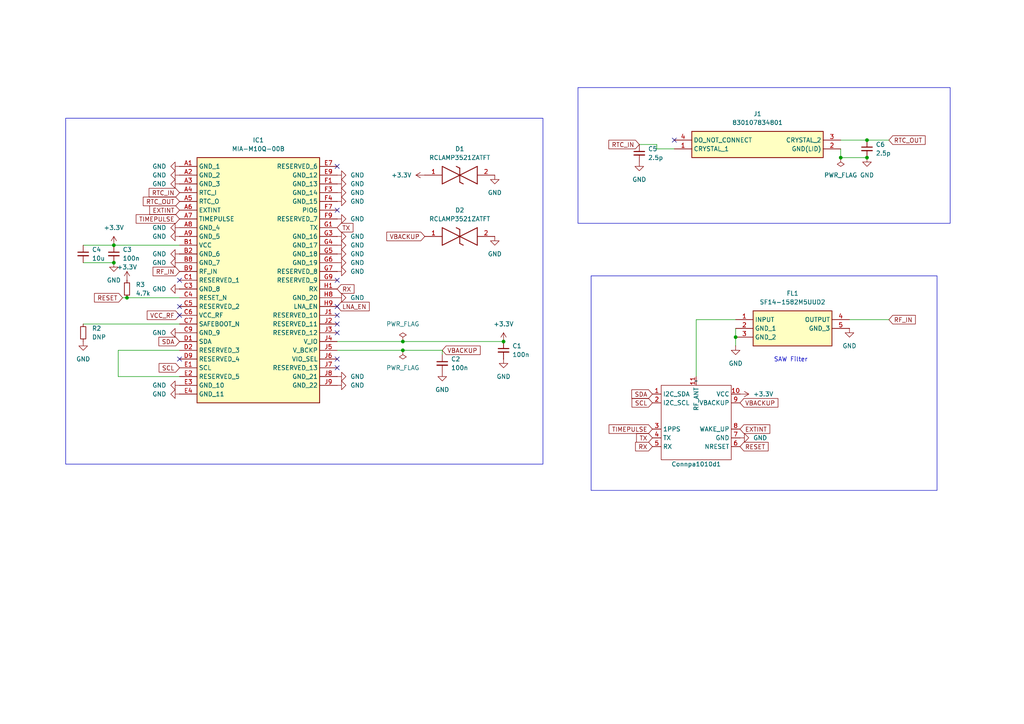
<source format=kicad_sch>
(kicad_sch (version 20250114) (generator "eeschema") (generator_version "9.0")
  (paper "A4")
  (lib_symbols
    (symbol "Device:C_Small" (pin_numbers (hide yes)) (pin_names (offset 0.254) (hide yes))
      (property "Reference" "C" (at 0.254 1.778 0))
      (property "Value" "C_Small" (at 0.254 -2.032 0))
      (symbol "C_Small_0_1"
        (polyline (pts (xy -1.524 0.508) (xy 1.524 0.508)) (stroke (width 0.3048)))
        (polyline (pts (xy -1.524 -0.508) (xy 1.524 -0.508)) (stroke (width 0.3302)))
      )
      (symbol "C_Small_1_1"
        (pin passive line (at 0 2.54 270) (length 2.032) (name "~") (number "1"))
        (pin passive line (at 0 -2.54 90) (length 2.032) (name "~") (number "2"))
      )
    )
    (symbol "Device:R_Small" (pin_numbers (hide yes)) (pin_names (offset 0.254) (hide yes))
      (property "Reference" "R" (at 0.762 0.508 0))
      (property "Value" "R_Small" (at 0.762 -1.016 0))
      (symbol "R_Small_0_1"
        (rectangle (start -0.762 1.778) (end 0.762 -1.778) (stroke (width 0.2032)))
      )
      (symbol "R_Small_1_1"
        (pin passive line (at 0 2.54 270) (length 0.762) (name "~") (number "1"))
        (pin passive line (at 0 -2.54 90) (length 0.762) (name "~") (number "2"))
      )
    )
    (symbol "pa1010d:PA1010D"
      (property "Reference" "Connpa1010d1" (at 1.27 -22.86 0))
      (property "Value" "~" (at 1.27 1.27 0))
      (symbol "PA1010D_0_1"
        (rectangle (start -8.89 0) (end 11.43 -21.59))
      )
      (symbol "PA1010D_1_1"
        (pin input line (at -11.43 -2.54 0) (length 2.54) (name "I2C_SDA") (number "1"))
        (pin input line (at -11.43 -5.08 0) (length 2.54) (name "I2C_SCL") (number "2"))
        (pin input line (at -11.43 -12.7 0) (length 2.54) (name "1PPS") (number "3"))
        (pin output line (at -11.43 -15.24 0) (length 2.54) (name "TX") (number "4"))
        (pin input line (at -11.43 -17.78 0) (length 2.54) (name "RX") (number "5"))
        (pin free line (at 1.27 2.54 270) (length 2.54) (name "RF_ANT") (number "11"))
        (pin power_in line (at 13.97 -2.54 180) (length 2.54) (name "VCC") (number "10"))
        (pin power_in line (at 13.97 -5.08 180) (length 2.54) (name "VBACKUP") (number "9"))
        (pin input line (at 13.97 -12.7 180) (length 2.54) (name "WAKE_UP") (number "8"))
        (pin power_in line (at 13.97 -15.24 180) (length 2.54) (name "GND") (number "7"))
        (pin input line (at 13.97 -17.78 180) (length 2.54) (name "NRESET") (number "6"))
      )
    )
    (symbol "power:+3.3V" (power) (pin_numbers (hide yes)) (pin_names (offset 0) (hide yes))
      (property "Value" "+3.3V" (at 0 3.556 0))
      (symbol "+3.3V_0_1"
        (polyline (pts (xy -0.762 1.27) (xy 0 2.54)))
        (polyline (pts (xy 0 2.54) (xy 0.762 1.27)))
        (polyline (pts (xy 0 0) (xy 0 2.54)))
      )
      (symbol "+3.3V_1_1"
        (pin power_in line (at 0 0 90) (length 0) (name "~") (number "1"))
      )
    )
    (symbol "power:GND" (power) (pin_numbers (hide yes)) (pin_names (offset 0) (hide yes))
      (property "Value" "GND" (at 0 -3.81 0))
      (symbol "GND_0_1"
        (polyline (pts (xy 0 0) (xy 0 -1.27) (xy 1.27 -1.27) (xy 0 -2.54) (xy -1.27 -1.27) (xy 0 -1.27)))
      )
      (symbol "GND_1_1"
        (pin power_in line (at 0 0 270) (length 0) (name "~") (number "1"))
      )
    )
    (symbol "power:PWR_FLAG" (power) (pin_numbers (hide yes)) (pin_names (offset 0) (hide yes))
      (property "Value" "PWR_FLAG" (at 0 3.81 0))
      (symbol "PWR_FLAG_0_0"
        (pin power_out line (at 0 0 90) (length 0) (name "~") (number "1"))
      )
      (symbol "PWR_FLAG_0_1"
        (polyline (pts (xy 0 0) (xy 0 1.27) (xy -1.016 1.905) (xy 0 2.54) (xy 1.016 1.905) (xy 0 1.27)))
      )
    )
    (symbol "samacsys:830107834801"
      (property "Reference" "J" (at 44.45 7.62 0))
      (property "Value" "830107834801" (at 44.45 5.08 0))
      (symbol "830107834801_1_1"
        (rectangle (start 5.08 2.54) (end 43.18 -5.08) (stroke (width 0.254)) (fill (type background)))
        (pin passive line (at 0 0 0) (length 5.08) (name "DO_NOT_CONNECT") (number "4"))
        (pin passive line (at 0 -2.54 0) (length 5.08) (name "CRYSTAL_1") (number "1"))
        (pin passive line (at 48.26 0 180) (length 5.08) (name "CRYSTAL_2") (number "3"))
        (pin passive line (at 48.26 -2.54 180) (length 5.08) (name "GND(LID)") (number "2"))
      )
    )
    (symbol "samacsys:MIA-M10Q-00B"
      (property "Reference" "IC" (at 41.91 7.62 0))
      (property "Value" "MIA-M10Q-00B" (at 41.91 5.08 0))
      (symbol "MIA-M10Q-00B_1_1"
        (rectangle (start 5.08 2.54) (end 40.64 -68.58) (stroke (width 0.254)) (fill (type background)))
        (pin passive line (at 0 0 0) (length 5.08) (name "GND_1") (number "A1"))
        (pin passive line (at 0 -2.54 0) (length 5.08) (name "GND_2") (number "A2"))
        (pin passive line (at 0 -5.08 0) (length 5.08) (name "GND_3") (number "A3"))
        (pin passive line (at 0 -7.62 0) (length 5.08) (name "RTC_I") (number "A4"))
        (pin passive line (at 0 -10.16 0) (length 5.08) (name "RTC_O") (number "A5"))
        (pin passive line (at 0 -12.7 0) (length 5.08) (name "EXTINT") (number "A6"))
        (pin passive line (at 0 -15.24 0) (length 5.08) (name "TIMEPULSE") (number "A7"))
        (pin passive line (at 0 -17.78 0) (length 5.08) (name "GND_4") (number "A8"))
        (pin passive line (at 0 -20.32 0) (length 5.08) (name "GND_5") (number "A9"))
        (pin passive line (at 0 -22.86 0) (length 5.08) (name "VCC") (number "B1"))
        (pin passive line (at 0 -25.4 0) (length 5.08) (name "GND_6") (number "B2"))
        (pin passive line (at 0 -27.94 0) (length 5.08) (name "GND_7") (number "B8"))
        (pin passive line (at 0 -30.48 0) (length 5.08) (name "RF_IN") (number "B9"))
        (pin passive line (at 0 -33.02 0) (length 5.08) (name "RESERVED_1") (number "C1"))
        (pin passive line (at 0 -35.56 0) (length 5.08) (name "GND_8") (number "C3"))
        (pin passive line (at 0 -38.1 0) (length 5.08) (name "RESET_N") (number "C4"))
        (pin passive line (at 0 -40.64 0) (length 5.08) (name "RESERVED_2") (number "C5"))
        (pin passive line (at 0 -43.18 0) (length 5.08) (name "VCC_RF") (number "C6"))
        (pin passive line (at 0 -45.72 0) (length 5.08) (name "SAFEBOOT_N") (number "C7"))
        (pin passive line (at 0 -48.26 0) (length 5.08) (name "GND_9") (number "C9"))
        (pin passive line (at 0 -50.8 0) (length 5.08) (name "SDA") (number "D1"))
        (pin passive line (at 0 -53.34 0) (length 5.08) (name "RESERVED_3") (number "D2"))
        (pin passive line (at 0 -55.88 0) (length 5.08) (name "RESERVED_4") (number "D9"))
        (pin passive line (at 0 -58.42 0) (length 5.08) (name "SCL") (number "E1"))
        (pin passive line (at 0 -60.96 0) (length 5.08) (name "RESERVED_5") (number "E2"))
        (pin passive line (at 0 -63.5 0) (length 5.08) (name "GND_10") (number "E3"))
        (pin passive line (at 0 -66.04 0) (length 5.08) (name "GND_11") (number "E4"))
        (pin passive line (at 45.72 0 180) (length 5.08) (name "RESERVED_6") (number "E7"))
        (pin passive line (at 45.72 -2.54 180) (length 5.08) (name "GND_12") (number "E9"))
        (pin passive line (at 45.72 -5.08 180) (length 5.08) (name "GND_13") (number "F1"))
        (pin passive line (at 45.72 -7.62 180) (length 5.08) (name "GND_14") (number "F3"))
        (pin passive line (at 45.72 -10.16 180) (length 5.08) (name "GND_15") (number "F4"))
        (pin passive line (at 45.72 -12.7 180) (length 5.08) (name "PIO6") (number "F7"))
        (pin passive line (at 45.72 -15.24 180) (length 5.08) (name "RESERVED_7") (number "F9"))
        (pin passive line (at 45.72 -17.78 180) (length 5.08) (name "TX") (number "G1"))
        (pin passive line (at 45.72 -20.32 180) (length 5.08) (name "GND_16") (number "G3"))
        (pin passive line (at 45.72 -22.86 180) (length 5.08) (name "GND_17") (number "G4"))
        (pin passive line (at 45.72 -25.4 180) (length 5.08) (name "GND_18") (number "G5"))
        (pin passive line (at 45.72 -27.94 180) (length 5.08) (name "GND_19") (number "G6"))
        (pin passive line (at 45.72 -30.48 180) (length 5.08) (name "RESERVED_8") (number "G7"))
        (pin passive line (at 45.72 -33.02 180) (length 5.08) (name "RESERVED_9") (number "G9"))
        (pin passive line (at 45.72 -35.56 180) (length 5.08) (name "RX") (number "H1"))
        (pin passive line (at 45.72 -38.1 180) (length 5.08) (name "GND_20") (number "H8"))
        (pin passive line (at 45.72 -40.64 180) (length 5.08) (name "LNA_EN") (number "H9"))
        (pin passive line (at 45.72 -43.18 180) (length 5.08) (name "RESERVED_10") (number "J1"))
        (pin passive line (at 45.72 -45.72 180) (length 5.08) (name "RESERVED_11") (number "J2"))
        (pin passive line (at 45.72 -48.26 180) (length 5.08) (name "RESERVED_12") (number "J3"))
        (pin passive line (at 45.72 -50.8 180) (length 5.08) (name "V_IO") (number "J4"))
        (pin passive line (at 45.72 -53.34 180) (length 5.08) (name "V_BCKP") (number "J5"))
        (pin passive line (at 45.72 -55.88 180) (length 5.08) (name "VIO_SEL") (number "J6"))
        (pin passive line (at 45.72 -58.42 180) (length 5.08) (name "RESERVED_13") (number "J7"))
        (pin passive line (at 45.72 -60.96 180) (length 5.08) (name "GND_21") (number "J8"))
        (pin passive line (at 45.72 -63.5 180) (length 5.08) (name "GND_22") (number "J9"))
      )
    )
    (symbol "samacsys:RCLAMP3521ZATFT" (pin_names (hide yes))
      (property "Reference" "D" (at 12.7 8.89 0))
      (property "Value" "RCLAMP3521ZATFT" (at 12.7 6.35 0))
      (symbol "RCLAMP3521ZATFT_1_1"
        (polyline (pts (xy 5.08 2.54) (xy 5.08 -2.54)) (stroke (width 0.254)))
        (polyline (pts (xy 5.08 2.54) (xy 10.16 0)) (stroke (width 0.254)))
        (polyline (pts (xy 9.144 2.54) (xy 10.16 2.032)) (stroke (width 0.254)))
        (polyline (pts (xy 10.16 0) (xy 5.08 -2.54)) (stroke (width 0.254)))
        (polyline (pts (xy 10.16 0) (xy 15.24 -2.54)) (stroke (width 0.254)))
        (polyline (pts (xy 10.16 -2.032) (xy 10.16 2.032)) (stroke (width 0.254)))
        (polyline (pts (xy 10.16 -2.032) (xy 11.176 -2.54)) (stroke (width 0.254)))
        (polyline (pts (xy 15.24 2.54) (xy 10.16 0)) (stroke (width 0.254)))
        (polyline (pts (xy 15.24 2.54) (xy 15.24 -2.54)) (stroke (width 0.254)))
        (pin passive line (at 0 0 0) (length 5.08) (name "1") (number "1"))
        (pin passive line (at 20.32 0 180) (length 5.08) (name "2") (number "2"))
      )
    )
    (symbol "samacsys:SF14-1582M5UUD2"
      (property "Reference" "FL" (at 29.21 7.62 0))
      (property "Value" "SF14-1582M5UUD2" (at 29.21 5.08 0))
      (symbol "SF14-1582M5UUD2_1_1"
        (rectangle (start 5.08 2.54) (end 27.94 -7.62) (stroke (width 0.254)) (fill (type background)))
        (pin passive line (at 0 0 0) (length 5.08) (name "INPUT") (number "1"))
        (pin passive line (at 0 -2.54 0) (length 5.08) (name "GND_1") (number "2"))
        (pin passive line (at 0 -5.08 0) (length 5.08) (name "GND_2") (number "3"))
        (pin passive line (at 33.02 0 180) (length 5.08) (name "OUTPUT") (number "4"))
        (pin passive line (at 33.02 -2.54 180) (length 5.08) (name "GND_3") (number "5"))
      )
    )
  )
  (rectangle (start 19.05 34.29) (end 157.48 134.62))
  (rectangle (start 171.45 80.01) (end 271.78 142.24))
  (rectangle (start 167.64 25.4) (end 275.59 64.77))
  (text "SAW Filter\n" (at 229.362 104.394 0) (effects (font (size 1.27 1.27))))
  (junction (at 243.84 45.72))
  (junction (at 146.05 99.06))
  (junction (at 213.36 97.79))
  (junction (at 251.46 45.72))
  (junction (at 251.46 40.64))
  (junction (at 116.84 101.6))
  (junction (at 116.84 99.06))
  (junction (at 36.83 86.36))
  (junction (at 33.02 76.2))
  (junction (at 33.02 71.12))
  (no_connect (at 195.58 40.64))
  (no_connect (at 97.79 96.52))
  (no_connect (at 52.07 88.9))
  (no_connect (at 97.79 88.9))
  (no_connect (at 52.07 104.14))
  (no_connect (at 97.79 104.14))
  (no_connect (at 97.79 106.68))
  (no_connect (at 97.79 60.96))
  (no_connect (at 52.07 91.44))
  (no_connect (at 97.79 91.44))
  (no_connect (at 97.79 81.28))
  (no_connect (at 52.07 81.28))
  (no_connect (at 97.79 93.98))
  (no_connect (at 97.79 48.26))
  (wire (pts (xy 243.84 45.72) (xy 251.46 45.72)))
  (wire (pts (xy 213.36 97.79) (xy 213.36 100.33)))
  (wire (pts (xy 213.36 92.71) (xy 201.93 92.71)))
  (wire (pts (xy 243.84 43.18) (xy 243.84 45.72)))
  (wire (pts (xy 52.07 101.6) (xy 34.29 101.6)))
  (wire (pts (xy 35.56 86.36) (xy 36.83 86.36)))
  (wire (pts (xy 116.84 101.6) (xy 128.27 101.6)))
  (wire (pts (xy 34.29 109.22) (xy 52.07 109.22)))
  (wire (pts (xy 257.81 40.64) (xy 251.46 40.64)))
  (wire (pts (xy 201.93 92.71) (xy 201.93 109.22)))
  (wire (pts (xy 24.13 71.12) (xy 33.02 71.12)))
  (wire (pts (xy 190.5 41.91) (xy 185.42 41.91)))
  (wire (pts (xy 243.84 40.64) (xy 251.46 40.64)))
  (wire (pts (xy 195.58 43.18) (xy 190.5 43.18)))
  (wire (pts (xy 128.27 101.6) (xy 128.27 102.87)))
  (wire (pts (xy 190.5 43.18) (xy 190.5 41.91)))
  (wire (pts (xy 246.38 92.71) (xy 257.81 92.71)))
  (wire (pts (xy 33.02 71.12) (xy 52.07 71.12)))
  (wire (pts (xy 97.79 101.6) (xy 116.84 101.6)))
  (wire (pts (xy 34.29 101.6) (xy 34.29 109.22)))
  (wire (pts (xy 24.13 93.98) (xy 52.07 93.98)))
  (wire (pts (xy 97.79 99.06) (xy 116.84 99.06)))
  (wire (pts (xy 24.13 76.2) (xy 33.02 76.2)))
  (wire (pts (xy 36.83 86.36) (xy 52.07 86.36)))
  (wire (pts (xy 213.36 95.25) (xy 213.36 97.79)))
  (wire (pts (xy 116.84 99.06) (xy 146.05 99.06)))
  (global_label "TX" (shape input) (at 97.79 66.04 0) (property "Intersheetrefs" "${INTERSHEET_REFS}" (effects (hide yes))))
  (global_label "RTC_OUT" (shape input) (at 52.07 58.42 180) (property "Intersheetrefs" "${INTERSHEET_REFS}" (effects (hide yes))))
  (global_label "VBACKUP" (shape input) (at 123.19 68.58 180) (property "Intersheetrefs" "${INTERSHEET_REFS}" (effects (hide yes))))
  (global_label "SDA" (shape input) (at 52.07 99.06 180) (property "Intersheetrefs" "${INTERSHEET_REFS}" (effects (hide yes))))
  (global_label "RF_IN" (shape input) (at 257.81 92.71 0) (property "Intersheetrefs" "${INTERSHEET_REFS}" (effects (hide yes))))
  (global_label "TIMEPULSE" (shape input) (at 52.07 63.5 180) (property "Intersheetrefs" "${INTERSHEET_REFS}" (effects (hide yes))))
  (global_label "RTC_OUT" (shape input) (at 257.81 40.64 0) (property "Intersheetrefs" "${INTERSHEET_REFS}" (effects (hide yes))))
  (global_label "EXTINT" (shape input) (at 214.63 124.46 0) (property "Intersheetrefs" "${INTERSHEET_REFS}" (effects (hide yes))))
  (global_label "RX" (shape input) (at 97.79 83.82 0) (property "Intersheetrefs" "${INTERSHEET_REFS}" (effects (hide yes))))
  (global_label "TX" (shape input) (at 189.23 127 180) (property "Intersheetrefs" "${INTERSHEET_REFS}" (effects (hide yes))))
  (global_label "SDA" (shape input) (at 189.23 114.3 180) (property "Intersheetrefs" "${INTERSHEET_REFS}" (effects (hide yes))))
  (global_label "RF_IN" (shape input) (at 52.07 78.74 180) (property "Intersheetrefs" "${INTERSHEET_REFS}" (effects (hide yes))))
  (global_label "RX" (shape input) (at 189.23 129.54 180) (property "Intersheetrefs" "${INTERSHEET_REFS}" (effects (hide yes))))
  (global_label "RTC_IN" (shape input) (at 185.42 41.91 180) (property "Intersheetrefs" "${INTERSHEET_REFS}" (effects (hide yes))))
  (global_label "VBACKUP" (shape input) (at 128.27 101.6 0) (property "Intersheetrefs" "${INTERSHEET_REFS}" (effects (hide yes))))
  (global_label "SCL" (shape input) (at 189.23 116.84 180) (property "Intersheetrefs" "${INTERSHEET_REFS}" (effects (hide yes))))
  (global_label "VCC_RF" (shape input) (at 52.07 91.44 180) (property "Intersheetrefs" "${INTERSHEET_REFS}" (effects (hide yes))))
  (global_label "TIMEPULSE" (shape input) (at 189.23 124.46 180) (property "Intersheetrefs" "${INTERSHEET_REFS}" (effects (hide yes))))
  (global_label "SCL" (shape input) (at 52.07 106.68 180) (property "Intersheetrefs" "${INTERSHEET_REFS}" (effects (hide yes))))
  (global_label "RESET" (shape input) (at 35.56 86.36 180) (property "Intersheetrefs" "${INTERSHEET_REFS}" (effects (hide yes))))
  (global_label "RTC_IN" (shape input) (at 52.07 55.88 180) (property "Intersheetrefs" "${INTERSHEET_REFS}" (effects (hide yes))))
  (global_label "EXTINT" (shape input) (at 52.07 60.96 180) (property "Intersheetrefs" "${INTERSHEET_REFS}" (effects (hide yes))))
  (global_label "VBACKUP" (shape input) (at 214.63 116.84 0) (property "Intersheetrefs" "${INTERSHEET_REFS}" (effects (hide yes))))
  (global_label "LNA_EN" (shape input) (at 97.79 88.9 0) (property "Intersheetrefs" "${INTERSHEET_REFS}" (effects (hide yes))))
  (global_label "RESET" (shape input) (at 214.63 129.54 0) (property "Intersheetrefs" "${INTERSHEET_REFS}" (effects (hide yes))))
  (symbol (lib_id "power:GND") (at 97.79 111.76 90) (unit 1)
    (property "Reference" "#PWR014" (effects (hide yes)))
    (property "Value" "GND" (at 101.6 111.7599 90) (effects (justify right)))
    (property "Description" "Power symbol creates a global label with name \"GND\" , ground" (effects (hide yes)))
  )
  (symbol (lib_id "power:GND") (at 251.46 45.72 0) (unit 1)
    (property "Reference" "#PWR034" (effects (hide yes)))
    (property "Value" "GND" (at 251.46 50.8 0))
    (property "Description" "Power symbol creates a global label with name \"GND\" , ground" (effects (hide yes)))
  )
  (symbol (lib_id "power:GND") (at 97.79 73.66 90) (unit 1)
    (property "Reference" "#PWR018" (effects (hide yes)))
    (property "Value" "GND" (at 101.6 73.6599 90) (effects (justify right)))
    (property "Description" "Power symbol creates a global label with name \"GND\" , ground" (effects (hide yes)))
  )
  (symbol (lib_id "power:GND") (at 143.51 50.8 0) (unit 1)
    (property "Reference" "#PWR040" (effects (hide yes)))
    (property "Value" "GND" (at 143.51 55.88 0))
    (property "Description" "Power symbol creates a global label with name \"GND\" , ground" (effects (hide yes)))
  )
  (symbol (lib_id "power:+3.3V") (at 33.02 71.12 0) (unit 1)
    (property "Reference" "#PWR029" (effects (hide yes)))
    (property "Value" "+3.3V" (at 33.02 66.04 0))
    (property "Description" "Power symbol creates a global label with name \"+3.3V\"" (effects (hide yes)))
  )
  (symbol (lib_id "power:GND") (at 97.79 78.74 90) (unit 1)
    (property "Reference" "#PWR025" (effects (hide yes)))
    (property "Value" "GND" (at 101.6 78.7399 90) (effects (justify right)))
    (property "Description" "Power symbol creates a global label with name \"GND\" , ground" (effects (hide yes)))
  )
  (symbol (lib_id "power:GND") (at 97.79 63.5 90) (unit 1)
    (property "Reference" "#PWR033" (effects (hide yes)))
    (property "Value" "GND" (at 101.6 63.4999 90) (effects (justify right)))
    (property "Description" "Power symbol creates a global label with name \"GND\" , ground" (effects (hide yes)))
  )
  (symbol (lib_id "power:PWR_FLAG") (at 243.84 45.72 180) (unit 1)
    (property "Reference" "#FLG03" (effects (hide yes)))
    (property "Value" "PWR_FLAG" (at 243.84 50.8 0))
    (property "Description" "Special symbol for telling ERC where power comes from" (effects (hide yes)))
  )
  (symbol (lib_id "samacsys:RCLAMP3521ZATFT") (at 123.19 68.58 0) (unit 1)
    (property "Reference" "D2" (at 133.35 60.96 0))
    (property "Value" "RCLAMP3521ZATFT" (at 133.35 63.5 0))
    (property "Footprint" "RCLAMP3521ZATFT" (effects (hide yes)))
    (property "Datasheet" "https://semtech.my.salesforce.com/sfc/p/E0000000JelG/a/2R000000HTFj/RtolUnnSswHAEeYsM7sjR2dAo9HQRz.z1PGO8KUTcfs" (effects (hide yes)))
    (property "Description" "TVS DIODE 3.5VWM 5V SLP0603P2X3F5V (Typ) Clamp 6A Ipp Tvs Diode Surface Mount SLP0603P2X3F" (effects (hide yes)))
    (property "Height" "0.265" (effects (hide yes)))
    (property "Mouser Part Number" "947-RCLAMP3521ZATFT" (effects (hide yes)))
    (property "Mouser Price/Stock" "https://www.mouser.co.uk/ProductDetail/Semtech/RCLAMP3521ZATFT?qs=5aG0NVq1C4x6ouY7l2JqqA%3D%3D" (effects (hide yes)))
    (property "Manufacturer_Name" "SEMTECH" (effects (hide yes)))
    (property "Manufacturer_Part_Number" "RCLAMP3521ZATFT" (effects (hide yes)))
  )
  (symbol (lib_id "power:GND") (at 52.07 114.3 270) (unit 1)
    (property "Reference" "#PWR013" (effects (hide yes)))
    (property "Value" "GND" (at 48.26 114.2999 90) (effects (justify right)))
    (property "Description" "Power symbol creates a global label with name \"GND\" , ground" (effects (hide yes)))
  )
  (symbol (lib_id "power:GND") (at 246.38 95.25 0) (unit 1)
    (property "Reference" "#PWR036" (effects (hide yes)))
    (property "Value" "GND" (at 246.38 100.33 0))
    (property "Description" "Power symbol creates a global label with name \"GND\" , ground" (effects (hide yes)))
  )
  (symbol (lib_id "Device:R_Small") (at 36.83 83.82 0) (unit 1)
    (property "Reference" "R3" (at 39.37 82.5499 0) (effects (justify left)))
    (property "Value" "4.7k" (at 39.37 85.0899 0) (effects (justify left)))
    (property "Footprint" "Resistor_SMD:R_0201_0603Metric" (effects (hide yes)))
    (property "Description" "Resistor, small symbol" (effects (hide yes)))
  )
  (symbol (lib_id "power:GND") (at 33.02 76.2 0) (unit 1)
    (property "Reference" "#PWR030" (effects (hide yes)))
    (property "Value" "GND" (at 33.02 81.28 0))
    (property "Description" "Power symbol creates a global label with name \"GND\" , ground" (effects (hide yes)))
  )
  (symbol (lib_id "power:GND") (at 214.63 127 90) (unit 1)
    (property "Reference" "#PWR02" (effects (hide yes)))
    (property "Value" "GND" (at 218.44 126.9999 90) (effects (justify right)))
    (property "Description" "Power symbol creates a global label with name \"GND\" , ground" (effects (hide yes)))
  )
  (symbol (lib_id "samacsys:SF14-1582M5UUD2") (at 213.36 92.71 0) (unit 1)
    (property "Reference" "FL1" (at 229.87 85.09 0))
    (property "Value" "SF14-1582M5UUD2" (at 229.87 87.63 0))
    (property "Footprint" "samacsys:SF141582M5UUD2" (effects (hide yes)))
    (property "Datasheet" "https://componentsearchengine.com/Datasheets/1/SF14-1582M5UUD2.pdf" (effects (hide yes)))
    (property "Description" "Signal Conditioning SAW FILTER 1582MHz" (effects (hide yes)))
    (property "Height" "0.7" (effects (hide yes)))
    (property "Mouser Part Number" "581-SF14-1582M5UUD2" (effects (hide yes)))
    (property "Mouser Price/Stock" "https://www.mouser.com/Search/Refine.aspx?Keyword=581-SF14-1582M5UUD2" (effects (hide yes)))
    (property "Manufacturer_Name" "Kyocera AVX" (effects (hide yes)))
    (property "Manufacturer_Part_Number" "SF14-1582M5UUD2" (effects (hide yes)))
  )
  (symbol (lib_id "power:+3.3V") (at 123.19 50.8 90) (unit 1)
    (property "Reference" "#PWR038" (effects (hide yes)))
    (property "Value" "+3.3V" (at 119.38 50.7999 90) (effects (justify left)))
    (property "Description" "Power symbol creates a global label with name \"+3.3V\"" (effects (hide yes)))
  )
  (symbol (lib_id "power:GND") (at 52.07 66.04 270) (unit 1)
    (property "Reference" "#PWR06" (effects (hide yes)))
    (property "Value" "GND" (at 48.26 66.0399 90) (effects (justify right)))
    (property "Description" "Power symbol creates a global label with name \"GND\" , ground" (effects (hide yes)))
  )
  (symbol (lib_id "power:GND") (at 146.05 104.14 0) (unit 1)
    (property "Reference" "#PWR027" (effects (hide yes)))
    (property "Value" "GND" (at 146.05 109.22 0))
    (property "Description" "Power symbol creates a global label with name \"GND\" , ground" (effects (hide yes)))
  )
  (symbol (lib_id "power:GND") (at 52.07 83.82 270) (unit 1)
    (property "Reference" "#PWR010" (effects (hide yes)))
    (property "Value" "GND" (at 48.26 83.8199 90) (effects (justify right)))
    (property "Description" "Power symbol creates a global label with name \"GND\" , ground" (effects (hide yes)))
  )
  (symbol (lib_id "power:PWR_FLAG") (at 116.84 101.6 180) (unit 1)
    (property "Reference" "#FLG02" (effects (hide yes)))
    (property "Value" "PWR_FLAG" (at 116.84 106.68 0))
    (property "Description" "Special symbol for telling ERC where power comes from" (effects (hide yes)))
  )
  (symbol (lib_id "power:GND") (at 97.79 86.36 90) (unit 1)
    (property "Reference" "#PWR016" (effects (hide yes)))
    (property "Value" "GND" (at 101.6 86.3599 90) (effects (justify right)))
    (property "Description" "Power symbol creates a global label with name \"GND\" , ground" (effects (hide yes)))
  )
  (symbol (lib_id "power:GND") (at 52.07 48.26 270) (unit 1)
    (property "Reference" "#PWR03" (effects (hide yes)))
    (property "Value" "GND" (at 48.26 48.2599 90) (effects (justify right)))
    (property "Description" "Power symbol creates a global label with name \"GND\" , ground" (effects (hide yes)))
  )
  (symbol (lib_id "samacsys:RCLAMP3521ZATFT") (at 123.19 50.8 0) (unit 1)
    (property "Reference" "D1" (at 133.35 43.18 0))
    (property "Value" "RCLAMP3521ZATFT" (at 133.35 45.72 0))
    (property "Footprint" "RCLAMP3521ZATFT" (effects (hide yes)))
    (property "Datasheet" "https://semtech.my.salesforce.com/sfc/p/E0000000JelG/a/2R000000HTFj/RtolUnnSswHAEeYsM7sjR2dAo9HQRz.z1PGO8KUTcfs" (effects (hide yes)))
    (property "Description" "TVS DIODE 3.5VWM 5V SLP0603P2X3F5V (Typ) Clamp 6A Ipp Tvs Diode Surface Mount SLP0603P2X3F" (effects (hide yes)))
    (property "Height" "0.265" (effects (hide yes)))
    (property "Mouser Part Number" "947-RCLAMP3521ZATFT" (effects (hide yes)))
    (property "Mouser Price/Stock" "https://www.mouser.co.uk/ProductDetail/Semtech/RCLAMP3521ZATFT?qs=5aG0NVq1C4x6ouY7l2JqqA%3D%3D" (effects (hide yes)))
    (property "Manufacturer_Name" "SEMTECH" (effects (hide yes)))
    (property "Manufacturer_Part_Number" "RCLAMP3521ZATFT" (effects (hide yes)))
  )
  (symbol (lib_id "power:GND") (at 97.79 50.8 90) (unit 1)
    (property "Reference" "#PWR022" (effects (hide yes)))
    (property "Value" "GND" (at 101.6 50.7999 90) (effects (justify right)))
    (property "Description" "Power symbol creates a global label with name \"GND\" , ground" (effects (hide yes)))
  )
  (symbol (lib_id "power:GND") (at 52.07 73.66 270) (unit 1)
    (property "Reference" "#PWR08" (effects (hide yes)))
    (property "Value" "GND" (at 48.26 73.6599 90) (effects (justify right)))
    (property "Description" "Power symbol creates a global label with name \"GND\" , ground" (effects (hide yes)))
  )
  (symbol (lib_id "power:GND") (at 52.07 50.8 270) (unit 1)
    (property "Reference" "#PWR04" (effects (hide yes)))
    (property "Value" "GND" (at 48.26 50.7999 90) (effects (justify right)))
    (property "Description" "Power symbol creates a global label with name \"GND\" , ground" (effects (hide yes)))
  )
  (symbol (lib_id "samacsys:MIA-M10Q-00B") (at 52.07 48.26 0) (unit 1)
    (property "Reference" "IC1" (at 74.93 40.64 0))
    (property "Value" "MIA-M10Q-00B" (at 74.93 43.18 0))
    (property "Footprint" "samacsys:MIAM10Q00B" (effects (hide yes)))
    (property "Datasheet" "https://content.u-blox.com/sites/default/files/documents/MIA-M10Q_DataSheet_UBX-22015849.pdf" (effects (hide yes)))
    (property "Description" "u-blox M10 GNSS System-in-Package ROM, TCXO, SAW, LNA, 1.8/3V 4.5 x 4.5 mm, S-LGA 53," (effects (hide yes)))
    (property "Height" "1.045" (effects (hide yes)))
    (property "Mouser Part Number" "377-MIA-M10Q-00B" (effects (hide yes)))
    (property "Mouser Price/Stock" "https://www.mouser.co.uk/ProductDetail/u-blox/MIA-M10Q-00B?qs=4ASt3YYao0VBtAexfwtW5Q%3D%3D" (effects (hide yes)))
    (property "Manufacturer_Name" "u-blox" (effects (hide yes)))
    (property "Manufacturer_Part_Number" "MIA-M10Q-00B" (effects (hide yes)))
  )
  (symbol (lib_id "power:+3.3V") (at 214.63 114.3 270) (unit 1)
    (property "Reference" "#PWR01" (effects (hide yes)))
    (property "Value" "+3.3V" (at 218.44 114.2999 90) (effects (justify left)))
    (property "Description" "Power symbol creates a global label with name \"+3.3V\"" (effects (hide yes)))
  )
  (symbol (lib_id "power:GND") (at 52.07 68.58 270) (unit 1)
    (property "Reference" "#PWR07" (effects (hide yes)))
    (property "Value" "GND" (at 48.26 68.5799 90) (effects (justify right)))
    (property "Description" "Power symbol creates a global label with name \"GND\" , ground" (effects (hide yes)))
  )
  (symbol (lib_id "Device:C_Small") (at 185.42 44.45 0) (unit 1)
    (property "Reference" "C5" (at 187.96 43.1862 0) (effects (justify left)))
    (property "Value" "2.5p" (at 187.96 45.7262 0) (effects (justify left)))
    (property "Footprint" "Capacitor_SMD:C_0201_0603Metric" (effects (hide yes)))
    (property "Description" "Unpolarized capacitor, small symbol" (effects (hide yes)))
  )
  (symbol (lib_id "power:PWR_FLAG") (at 116.84 99.06 0) (unit 1)
    (property "Reference" "#FLG01" (effects (hide yes)))
    (property "Value" "PWR_FLAG" (at 116.84 93.98 0))
    (property "Description" "Special symbol for telling ERC where power comes from" (effects (hide yes)))
  )
  (symbol (lib_id "samacsys:830107834801") (at 195.58 40.64 0) (unit 1)
    (property "Reference" "J1" (at 219.71 33.02 0))
    (property "Value" "830107834801" (at 219.71 35.56 0))
    (property "Footprint" "samacsys:830107834801" (effects (hide yes)))
    (property "Description" "Crystals WE-XTAL 32.768kHz 20ppm 1.2 x 1mm LC=6pF" (effects (hide yes)))
    (property "Height" "0.5" (effects (hide yes)))
    (property "Mouser Part Number" "710-830107834801" (effects (hide yes)))
    (property "Mouser Price/Stock" "https://www.mouser.co.uk/ProductDetail/Wurth-Elektronik/830107834801?qs=4qgZ1GHix0VHa2TiN5Ek7w%3D%3D" (effects (hide yes)))
    (property "Manufacturer_Name" "Wurth Elektronik" (effects (hide yes)))
    (property "Manufacturer_Part_Number" "830107834801" (effects (hide yes)))
  )
  (symbol (lib_id "Device:C_Small") (at 33.02 73.66 0) (unit 1)
    (property "Reference" "C3" (at 35.56 72.3962 0) (effects (justify left)))
    (property "Value" "100n" (at 35.56 74.9362 0) (effects (justify left)))
    (property "Footprint" "Capacitor_SMD:C_0201_0603Metric" (effects (hide yes)))
    (property "Description" "Unpolarized capacitor, small symbol" (effects (hide yes)))
  )
  (symbol (lib_id "power:GND") (at 52.07 76.2 270) (unit 1)
    (property "Reference" "#PWR09" (effects (hide yes)))
    (property "Value" "GND" (at 48.26 76.1999 90) (effects (justify right)))
    (property "Description" "Power symbol creates a global label with name \"GND\" , ground" (effects (hide yes)))
  )
  (symbol (lib_id "Device:C_Small") (at 251.46 43.18 0) (unit 1)
    (property "Reference" "C6" (at 254 41.9162 0) (effects (justify left)))
    (property "Value" "2.5p" (at 254 44.4562 0) (effects (justify left)))
    (property "Footprint" "Capacitor_SMD:C_0201_0603Metric" (effects (hide yes)))
    (property "Description" "Unpolarized capacitor, small symbol" (effects (hide yes)))
  )
  (symbol (lib_id "power:GND") (at 24.13 99.06 0) (unit 1)
    (property "Reference" "#PWR031" (effects (hide yes)))
    (property "Value" "GND" (at 24.13 104.14 0))
    (property "Description" "Power symbol creates a global label with name \"GND\" , ground" (effects (hide yes)))
  )
  (symbol (lib_id "Device:C_Small") (at 128.27 105.41 0) (unit 1)
    (property "Reference" "C2" (at 130.81 104.1462 0) (effects (justify left)))
    (property "Value" "100n" (at 130.81 106.6862 0) (effects (justify left)))
    (property "Footprint" "Capacitor_SMD:C_0201_0603Metric" (effects (hide yes)))
    (property "Description" "Unpolarized capacitor, small symbol" (effects (hide yes)))
  )
  (symbol (lib_id "power:GND") (at 52.07 111.76 270) (unit 1)
    (property "Reference" "#PWR012" (effects (hide yes)))
    (property "Value" "GND" (at 48.26 111.7599 90) (effects (justify right)))
    (property "Description" "Power symbol creates a global label with name \"GND\" , ground" (effects (hide yes)))
  )
  (symbol (lib_id "power:GND") (at 185.42 46.99 0) (unit 1)
    (property "Reference" "#PWR035" (effects (hide yes)))
    (property "Value" "GND" (at 185.42 52.07 0))
    (property "Description" "Power symbol creates a global label with name \"GND\" , ground" (effects (hide yes)))
  )
  (symbol (lib_id "power:GND") (at 213.36 100.33 0) (unit 1)
    (property "Reference" "#PWR037" (effects (hide yes)))
    (property "Value" "GND" (at 213.36 105.41 0))
    (property "Description" "Power symbol creates a global label with name \"GND\" , ground" (effects (hide yes)))
  )
  (symbol (lib_id "power:GND") (at 128.27 107.95 0) (unit 1)
    (property "Reference" "#PWR026" (effects (hide yes)))
    (property "Value" "GND" (at 128.27 113.03 0))
    (property "Description" "Power symbol creates a global label with name \"GND\" , ground" (effects (hide yes)))
  )
  (symbol (lib_id "Device:R_Small") (at 24.13 96.52 0) (unit 1)
    (property "Reference" "R2" (at 26.67 95.2499 0) (effects (justify left)))
    (property "Value" "DNP" (at 26.67 97.7899 0) (effects (justify left)))
    (property "Footprint" "Resistor_SMD:R_0201_0603Metric" (effects (hide yes)))
    (property "Description" "Resistor, small symbol" (effects (hide yes)))
  )
  (symbol (lib_id "power:GND") (at 97.79 58.42 90) (unit 1)
    (property "Reference" "#PWR021" (effects (hide yes)))
    (property "Value" "GND" (at 101.6 58.4199 90) (effects (justify right)))
    (property "Description" "Power symbol creates a global label with name \"GND\" , ground" (effects (hide yes)))
  )
  (symbol (lib_id "power:GND") (at 97.79 53.34 90) (unit 1)
    (property "Reference" "#PWR023" (effects (hide yes)))
    (property "Value" "GND" (at 101.6 53.3399 90) (effects (justify right)))
    (property "Description" "Power symbol creates a global label with name \"GND\" , ground" (effects (hide yes)))
  )
  (symbol (lib_id "Device:C_Small") (at 24.13 73.66 0) (unit 1)
    (property "Reference" "C4" (at 26.67 72.3962 0) (effects (justify left)))
    (property "Value" "10u" (at 26.67 74.9362 0) (effects (justify left)))
    (property "Footprint" "Capacitor_SMD:C_0402_1005Metric" (effects (hide yes)))
    (property "Description" "Unpolarized capacitor, small symbol" (effects (hide yes)))
  )
  (symbol (lib_id "Device:C_Small") (at 146.05 101.6 0) (unit 1)
    (property "Reference" "C1" (at 148.59 100.3362 0) (effects (justify left)))
    (property "Value" "100n" (at 148.59 102.8762 0) (effects (justify left)))
    (property "Footprint" "Capacitor_SMD:C_0201_0603Metric" (effects (hide yes)))
    (property "Description" "Unpolarized capacitor, small symbol" (effects (hide yes)))
  )
  (symbol (lib_id "power:GND") (at 97.79 68.58 90) (unit 1)
    (property "Reference" "#PWR020" (effects (hide yes)))
    (property "Value" "GND" (at 101.6 68.5799 90) (effects (justify right)))
    (property "Description" "Power symbol creates a global label with name \"GND\" , ground" (effects (hide yes)))
  )
  (symbol (lib_id "power:GND") (at 52.07 96.52 270) (unit 1)
    (property "Reference" "#PWR011" (effects (hide yes)))
    (property "Value" "GND" (at 48.26 96.5199 90) (effects (justify right)))
    (property "Description" "Power symbol creates a global label with name \"GND\" , ground" (effects (hide yes)))
  )
  (symbol (lib_id "power:GND") (at 97.79 55.88 90) (unit 1)
    (property "Reference" "#PWR024" (effects (hide yes)))
    (property "Value" "GND" (at 101.6 55.8799 90) (effects (justify right)))
    (property "Description" "Power symbol creates a global label with name \"GND\" , ground" (effects (hide yes)))
  )
  (symbol (lib_id "power:GND") (at 143.51 68.58 0) (unit 1)
    (property "Reference" "#PWR039" (effects (hide yes)))
    (property "Value" "GND" (at 143.51 73.66 0))
    (property "Description" "Power symbol creates a global label with name \"GND\" , ground" (effects (hide yes)))
  )
  (symbol (lib_id "pa1010d:PA1010D") (at 200.66 111.76 0) (unit 1)
    (property "Reference" "Connpa1010d1" (at 201.93 134.62 0))
    (property "Value" "~" (at 201.93 110.49 0))
    (property "Footprint" "pa1010d:PA1010D" (effects (hide yes)))
  )
  (symbol (lib_id "power:+3.3V") (at 146.05 99.06 0) (unit 1)
    (property "Reference" "#PWR028" (effects (hide yes)))
    (property "Value" "+3.3V" (at 146.05 93.98 0))
    (property "Description" "Power symbol creates a global label with name \"+3.3V\"" (effects (hide yes)))
  )
  (symbol (lib_id "power:GND") (at 97.79 109.22 90) (unit 1)
    (property "Reference" "#PWR015" (effects (hide yes)))
    (property "Value" "GND" (at 101.6 109.2199 90) (effects (justify right)))
    (property "Description" "Power symbol creates a global label with name \"GND\" , ground" (effects (hide yes)))
  )
  (symbol (lib_id "power:GND") (at 97.79 76.2 90) (unit 1)
    (property "Reference" "#PWR017" (effects (hide yes)))
    (property "Value" "GND" (at 101.6 76.1999 90) (effects (justify right)))
    (property "Description" "Power symbol creates a global label with name \"GND\" , ground" (effects (hide yes)))
  )
  (symbol (lib_id "power:GND") (at 52.07 53.34 270) (unit 1)
    (property "Reference" "#PWR05" (effects (hide yes)))
    (property "Value" "GND" (at 48.26 53.3399 90) (effects (justify right)))
    (property "Description" "Power symbol creates a global label with name \"GND\" , ground" (effects (hide yes)))
  )
  (symbol (lib_id "power:+3.3V") (at 36.83 81.28 0) (unit 1)
    (property "Reference" "#PWR032" (effects (hide yes)))
    (property "Value" "+3.3V" (at 36.83 77.47 0))
    (property "Description" "Power symbol creates a global label with name \"+3.3V\"" (effects (hide yes)))
  )
  (symbol (lib_id "power:GND") (at 97.79 71.12 90) (unit 1)
    (property "Reference" "#PWR019" (effects (hide yes)))
    (property "Value" "GND" (at 101.6 71.1199 90) (effects (justify right)))
    (property "Description" "Power symbol creates a global label with name \"GND\" , ground" (effects (hide yes)))
  )
)
</source>
